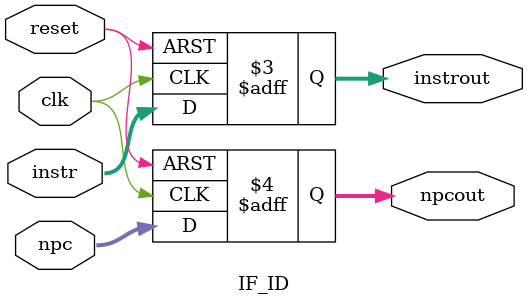
<source format=v>
`timescale 1ns / 1ps


module IF_ID(
    input clk,
    input reset,
    input [31:0] npc, instr,
    output reg [31:0] instrout, npcout 
    );
    
    //initialize output vars
    initial
        begin 
            instrout = 32'b0;
            npcout = 32'b0;
        end
        
     always@(posedge clk or posedge reset)
        if(reset)
            begin
               npcout <= 32'b0;         
               instrout <= 32'b0;
            end
        else
            begin
               npcout <= npc;         
               instrout <= instr;
            end
    /* always@(posedge clk or posedge reset)
        begin
	       npcout <= npc;         
	       instrout <= instr;
        end
    */
endmodule

</source>
